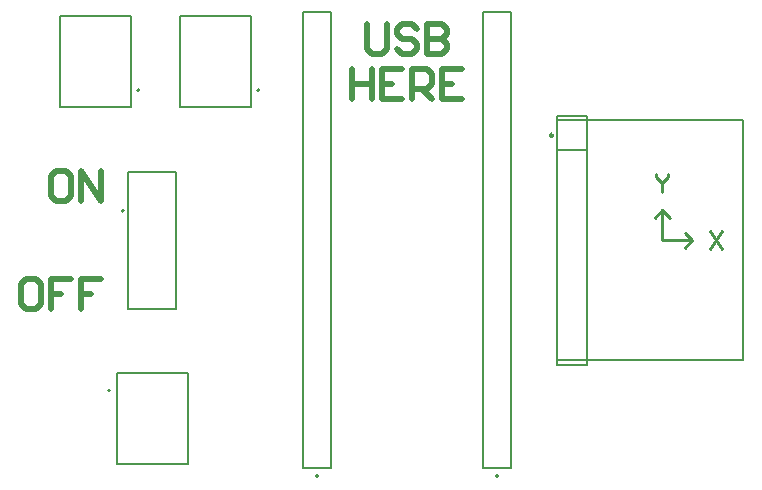
<source format=gto>
G04*
G04 #@! TF.GenerationSoftware,Altium Limited,Altium Designer,24.1.2 (44)*
G04*
G04 Layer_Color=65535*
%FSLAX44Y44*%
%MOMM*%
G71*
G04*
G04 #@! TF.SameCoordinates,872ADF1F-A1A4-4C69-8787-97477F022A4F*
G04*
G04*
G04 #@! TF.FilePolarity,Positive*
G04*
G01*
G75*
%ADD10C,0.2000*%
%ADD11C,0.2500*%
%ADD12C,0.2032*%
%ADD13C,0.1270*%
%ADD14C,0.2540*%
%ADD15C,0.5080*%
D10*
X141100Y228200D02*
G03*
X141100Y228200I-1000J0D01*
G01*
X305800Y3650D02*
G03*
X305800Y3650I-1000J0D01*
G01*
X458200D02*
G03*
X458200Y3650I-1000J0D01*
G01*
X129565Y76200D02*
G03*
X129565Y76200I-1000J0D01*
G01*
X154500Y330200D02*
G03*
X154500Y330200I-1000J0D01*
G01*
X256100D02*
G03*
X256100Y330200I-1000J0D01*
G01*
X292735Y10150D02*
X316865D01*
X292735Y396250D02*
X316865D01*
X292735Y10150D02*
Y396250D01*
X316865Y10150D02*
Y396250D01*
X469265Y10150D02*
Y396250D01*
X445135Y10150D02*
Y396250D01*
X469265D01*
X445135Y10150D02*
X469265D01*
X533400Y97800D02*
Y308600D01*
X508000Y97800D02*
X533400D01*
X508000D02*
Y308600D01*
X533400D01*
X508000Y279400D02*
X533400D01*
D11*
X504450Y292100D02*
G03*
X504450Y292100I-1250J0D01*
G01*
D12*
X508000Y101600D02*
Y304600D01*
X665000Y101600D02*
Y304600D01*
X508000Y101600D02*
X665000D01*
X508000Y304600D02*
X665000D01*
D13*
X145100Y261200D02*
X185100D01*
X145100Y145200D02*
Y261200D01*
Y145200D02*
X185100D01*
Y261200D01*
X135065Y13700D02*
X195135D01*
X135065Y90700D02*
X195135D01*
Y13700D02*
Y90700D01*
X135065Y13700D02*
Y90700D01*
X86930Y392700D02*
X147000D01*
X86930Y315700D02*
X147000D01*
X86930D02*
Y392700D01*
X147000Y315700D02*
Y392700D01*
X188530D02*
X248600D01*
X188530Y315700D02*
X248600D01*
X188530D02*
Y392700D01*
X248600Y315700D02*
Y392700D01*
D14*
X615950Y196850D02*
X622300Y203200D01*
X615950Y209550D02*
X622300Y203200D01*
X596900Y228600D02*
X603250Y222250D01*
X590550D02*
X596900Y228600D01*
Y203200D02*
X622300D01*
X596900D02*
Y228600D01*
X637540Y210818D02*
X647697Y195583D01*
Y210818D02*
X637540Y195583D01*
X591822Y259075D02*
Y256536D01*
X596900Y251458D01*
X601978Y256536D01*
Y259075D01*
X596900Y251458D02*
Y243840D01*
D15*
X66904Y170172D02*
X58440D01*
X54209Y165940D01*
Y149012D01*
X58440Y144780D01*
X66904D01*
X71136Y149012D01*
Y165940D01*
X66904Y170172D01*
X96528D02*
X79600D01*
Y157476D01*
X88064D01*
X79600D01*
Y144780D01*
X121920Y170172D02*
X104992D01*
Y157476D01*
X113456D01*
X104992D01*
Y144780D01*
X92296Y261620D02*
X83832D01*
X79600Y257388D01*
Y240460D01*
X83832Y236228D01*
X92296D01*
X96528Y240460D01*
Y257388D01*
X92296Y261620D01*
X104992Y236228D02*
Y261620D01*
X121920Y236228D01*
Y261620D01*
X347144Y386072D02*
Y364912D01*
X351376Y360680D01*
X359840D01*
X364072Y364912D01*
Y386072D01*
X389464Y381840D02*
X385232Y386072D01*
X376768D01*
X372536Y381840D01*
Y377608D01*
X376768Y373376D01*
X385232D01*
X389464Y369144D01*
Y364912D01*
X385232Y360680D01*
X376768D01*
X372536Y364912D01*
X397928Y386072D02*
Y360680D01*
X410624D01*
X414856Y364912D01*
Y369144D01*
X410624Y373376D01*
X397928D01*
X410624D01*
X414856Y377608D01*
Y381840D01*
X410624Y386072D01*
X397928D01*
X334448Y347972D02*
Y322580D01*
Y335276D01*
X351376D01*
Y347972D01*
Y322580D01*
X376768Y347972D02*
X359840D01*
Y322580D01*
X376768D01*
X359840Y335276D02*
X368304D01*
X385232Y322580D02*
Y347972D01*
X397928D01*
X402160Y343740D01*
Y335276D01*
X397928Y331044D01*
X385232D01*
X393696D02*
X402160Y322580D01*
X427552Y347972D02*
X410624D01*
Y322580D01*
X427552D01*
X410624Y335276D02*
X419088D01*
M02*

</source>
